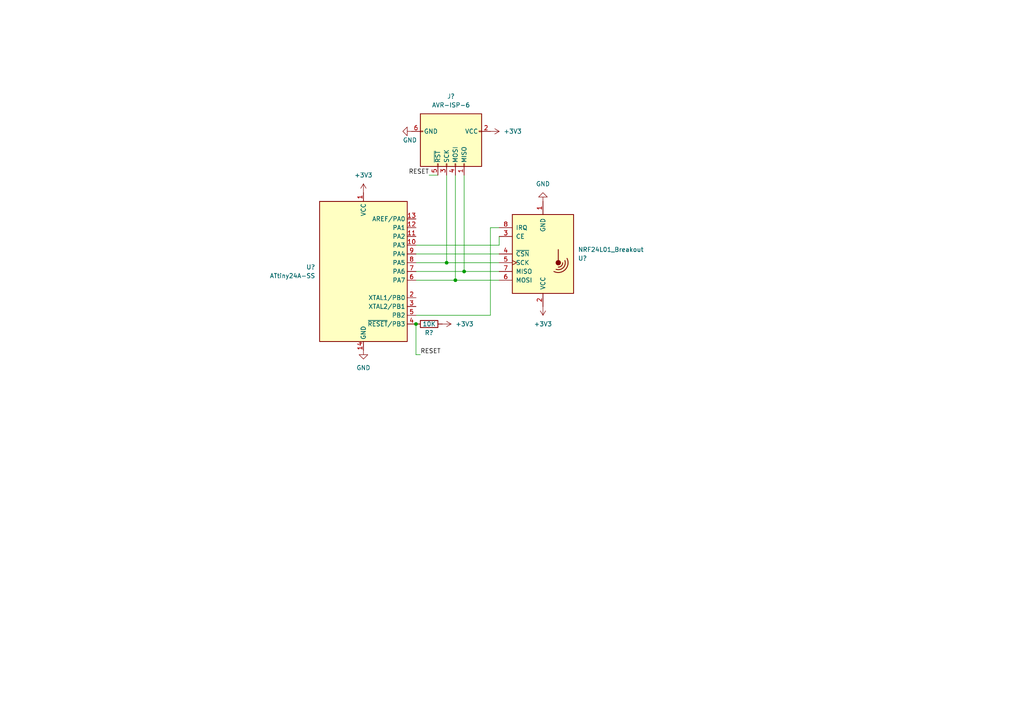
<source format=kicad_sch>
(kicad_sch (version 20211123) (generator eeschema)
  (paper "A4")
  (lib_symbols
    (symbol "Connector:AVR-ISP-6" (pin_names (offset 1.016))
      (property "Reference" "J" (at -6.35 11.43 0))
      (property "Value" "AVR-ISP-6" (at 0 11.43 0))
      (symbol "AVR-ISP-6_0_1"
        (rectangle (start -2.667 -6.858) (end -2.413 -7.62))
        (rectangle (start -2.667 10.16) (end -2.413 9.398))
        (rectangle (start 7.62 -2.413) (end 6.858 -2.667))
        (rectangle (start 7.62 0.127) (end 6.858 -0.127))
        (rectangle (start 7.62 2.667) (end 6.858 2.413))
        (rectangle (start 7.62 5.207) (end 6.858 4.953))
        (rectangle (start 7.62 10.16) (end -7.62 -7.62) (stroke (width 0.254)) (fill (type background)))
      )
      (symbol "AVR-ISP-6_1_1"
        (pin passive line (at 10.16 5.08 180) (length 2.54) (name "MISO") (number "1"))
        (pin passive line (at -2.54 12.7 270) (length 2.54) (name "VCC") (number "2"))
        (pin passive line (at 10.16 0 180) (length 2.54) (name "SCK") (number "3"))
        (pin passive line (at 10.16 2.54 180) (length 2.54) (name "MOSI") (number "4"))
        (pin passive line (at 10.16 -2.54 180) (length 2.54) (name "~{RST}") (number "5"))
        (pin passive line (at -2.54 -10.16 90) (length 2.54) (name "GND") (number "6"))
      )
    )
    (symbol "Device:R" (pin_numbers hide) (pin_names (offset 0))
      (property "Reference" "R" (at 2.032 0 90))
      (property "Value" "R" (at 0 0 90))
      (symbol "R_0_1"
        (rectangle (start -1.016 -2.54) (end 1.016 2.54) (stroke (width 0.254)))
      )
      (symbol "R_1_1"
        (pin passive line (at 0 3.81 270) (length 1.27) (name "~") (number "1"))
        (pin passive line (at 0 -3.81 90) (length 1.27) (name "~") (number "2"))
      )
    )
    (symbol "MCU_Microchip_ATtiny:ATtiny24A-SS"
      (property "Reference" "U" (at -12.7 21.59 0))
      (property "Value" "ATtiny24A-SS" (at 2.54 -21.59 0))
      (symbol "ATtiny24A-SS_0_1"
        (rectangle (start -12.7 -20.32) (end 12.7 20.32) (stroke (width 0.254)) (fill (type background)))
      )
      (symbol "ATtiny24A-SS_1_1"
        (pin power_in line (at 0 22.86 270) (length 2.54) (name "VCC") (number "1"))
        (pin bidirectional line (at 15.24 7.62 180) (length 2.54) (name "PA3") (number "10"))
        (pin bidirectional line (at 15.24 10.16 180) (length 2.54) (name "PA2") (number "11"))
        (pin bidirectional line (at 15.24 12.7 180) (length 2.54) (name "PA1") (number "12"))
        (pin bidirectional line (at 15.24 15.24 180) (length 2.54) (name "AREF/PA0") (number "13"))
        (pin power_in line (at 0 -22.86 90) (length 2.54) (name "GND") (number "14"))
        (pin bidirectional line (at 15.24 -7.62 180) (length 2.54) (name "XTAL1/PB0") (number "2"))
        (pin bidirectional line (at 15.24 -10.16 180) (length 2.54) (name "XTAL2/PB1") (number "3"))
        (pin bidirectional line (at 15.24 -15.24 180) (length 2.54) (name "~{RESET}/PB3") (number "4"))
        (pin bidirectional line (at 15.24 -12.7 180) (length 2.54) (name "PB2") (number "5"))
        (pin bidirectional line (at 15.24 -2.54 180) (length 2.54) (name "PA7") (number "6"))
        (pin bidirectional line (at 15.24 0 180) (length 2.54) (name "PA6") (number "7"))
        (pin bidirectional line (at 15.24 2.54 180) (length 2.54) (name "PA5") (number "8"))
        (pin bidirectional line (at 15.24 5.08 180) (length 2.54) (name "PA4") (number "9"))
      )
    )
    (symbol "RF:NRF24L01_Breakout" (pin_names (offset 1.016))
      (property "Reference" "U" (at -8.89 12.7 0))
      (property "Value" "NRF24L01_Breakout" (at 3.81 12.7 0))
      (symbol "NRF24L01_Breakout_0_1"
        (rectangle (start -8.89 11.43) (end 8.89 -11.43) (stroke (width 0.254)) (fill (type background)))
        (polyline (pts (xy 4.445 1.905) (xy 4.445 -1.27)) (stroke (width 0.254)))
        (circle (center 4.445 2.54) (radius 0.635) (stroke (width 0.254)) (fill (type outline)))
        (arc (start 5.715 2.54) (mid 5.3521 3.4546) (end 4.445 3.81) (stroke (width 0.254)))
        (arc (start 6.35 1.905) (mid 5.8763 3.9854) (end 3.81 4.445) (stroke (width 0.254)))
        (arc (start 6.985 1.27) (mid 6.453 4.548) (end 3.175 5.08) (stroke (width 0.254)))
      )
      (symbol "NRF24L01_Breakout_1_1"
        (pin power_in line (at 0 -15.24 90) (length 3.81) (name "GND") (number "1"))
        (pin power_in line (at 0 15.24 270) (length 3.81) (name "VCC") (number "2"))
        (pin input line (at -12.7 -5.08 0) (length 3.81) (name "CE") (number "3"))
        (pin input line (at -12.7 0 0) (length 3.81) (name "~{CSN}") (number "4"))
        (pin input clock (at -12.7 2.54 0) (length 3.81) (name "SCK") (number "5"))
        (pin input line (at -12.7 7.62 0) (length 3.81) (name "MOSI") (number "6"))
        (pin output line (at -12.7 5.08 0) (length 3.81) (name "MISO") (number "7"))
        (pin output line (at -12.7 -7.62 0) (length 3.81) (name "IRQ") (number "8"))
      )
    )
    (symbol "power:+3.3V" (power) (pin_names (offset 0))
      (property "Value" "+3.3V" (at 0 3.556 0))
      (symbol "+3.3V_0_1"
        (polyline (pts (xy -0.762 1.27) (xy 0 2.54)))
        (polyline (pts (xy 0 0) (xy 0 2.54)))
        (polyline (pts (xy 0 2.54) (xy 0.762 1.27)))
      )
      (symbol "+3.3V_1_1"
        (pin power_in line (at 0 0 90) (length 0) hide (name "+3V3") (number "1"))
      )
    )
    (symbol "power:GND" (power) (pin_names (offset 0))
      (property "Value" "GND" (at 0 -3.81 0))
      (symbol "GND_0_1"
        (polyline (pts (xy 0 0) (xy 0 -1.27) (xy 1.27 -1.27) (xy 0 -2.54) (xy -1.27 -1.27) (xy 0 -1.27)))
      )
      (symbol "GND_1_1"
        (pin power_in line (at 0 0 270) (length 0) hide (name "GND") (number "1"))
      )
    )
  )
  (junction (at 129.54 76.2))
  (junction (at 132.08 81.28))
  (junction (at 120.65 93.98))
  (junction (at 134.62 78.74))
  (wire (pts (xy 144.78 71.12) (xy 144.78 68.58)))
  (wire (pts (xy 134.62 78.74) (xy 144.78 78.74)))
  (wire (pts (xy 142.24 91.44) (xy 142.24 66.04)))
  (wire (pts (xy 120.65 78.74) (xy 134.62 78.74)))
  (wire (pts (xy 120.65 76.2) (xy 129.54 76.2)))
  (wire (pts (xy 120.65 71.12) (xy 144.78 71.12)))
  (wire (pts (xy 120.65 91.44) (xy 142.24 91.44)))
  (wire (pts (xy 129.54 50.8) (xy 129.54 76.2)))
  (wire (pts (xy 120.65 102.87) (xy 120.65 93.98)))
  (wire (pts (xy 124.46 50.8) (xy 127 50.8)))
  (wire (pts (xy 120.65 73.66) (xy 144.78 73.66)))
  (wire (pts (xy 132.08 50.8) (xy 132.08 81.28)))
  (wire (pts (xy 120.65 81.28) (xy 132.08 81.28)))
  (wire (pts (xy 129.54 76.2) (xy 144.78 76.2)))
  (wire (pts (xy 132.08 81.28) (xy 144.78 81.28)))
  (wire (pts (xy 134.62 50.8) (xy 134.62 78.74)))
  (wire (pts (xy 142.24 66.04) (xy 144.78 66.04)))
  (wire (pts (xy 121.92 102.87) (xy 120.65 102.87)))
  (label "RESET" (at 124.46 50.8 180))
  (label "RESET" (at 121.92 102.87 0))
  (symbol (lib_id "RF:NRF24L01_Breakout") (at 157.48 73.66 0) (mirror x) (unit 1)
    (property "Reference" "U?" (at 167.64 74.9301 0) (effects (justify left)))
    (property "Value" "NRF24L01_Breakout" (at 167.64 72.3901 0) (effects (justify left)))
    (property "Footprint" "RF_Module:nRF24L01_Breakout" (effects hide))
    (property "Datasheet" "http://www.nordicsemi.com/eng/content/download/2730/34105/file/nRF24L01_Product_Specification_v2_0.pdf" (effects hide))
  )
  (symbol (lib_id "power:+3.3V") (at 157.48 88.9 0) (mirror x) (unit 1)
    (property "Reference" "#PWR?" (effects hide))
    (property "Value" "+3.3V" (at 157.48 93.98 0))
  )
  (symbol (lib_id "power:+3.3V") (at 105.41 55.88 0) (unit 1)
    (property "Reference" "#PWR?" (effects hide))
    (property "Value" "+3.3V" (at 105.41 50.8 0))
  )
  (symbol (lib_id "Device:R") (at 124.46 93.98 270) (unit 1)
    (property "Reference" "R?" (at 124.46 96.52 90))
    (property "Value" "10K" (at 124.46 93.98 90))
  )
  (symbol (lib_id "power:GND") (at 105.41 101.6 0) (unit 1)
    (property "Reference" "#PWR?" (effects hide))
    (property "Value" "GND" (at 105.41 106.68 0))
  )
  (symbol (lib_id "power:+3.3V") (at 142.24 38.1 270) (unit 1)
    (property "Reference" "#PWR?" (effects hide))
    (property "Value" "+3.3V" (at 146.05 38.0999 90) (effects (justify left)))
  )
  (symbol (lib_id "power:GND") (at 119.38 38.1 270) (mirror x) (unit 1)
    (property "Reference" "#PWR?" (effects hide))
    (property "Value" "GND" (at 116.84 40.64 90) (effects (justify left)))
  )
  (symbol (lib_id "power:GND") (at 157.48 58.42 0) (mirror x) (unit 1)
    (property "Reference" "#PWR?" (effects hide))
    (property "Value" "GND" (at 157.48 53.34 0))
  )
  (symbol (lib_id "power:+3.3V") (at 128.27 93.98 270) (unit 1)
    (property "Reference" "#PWR?" (effects hide))
    (property "Value" "+3.3V" (at 132.08 93.9799 90) (effects (justify left)))
  )
  (symbol (lib_id "Connector:AVR-ISP-6") (at 129.54 40.64 270) (unit 1)
    (property "Reference" "J?" (at 130.81 27.94 90))
    (property "Value" "AVR-ISP-6" (at 130.81 30.48 90))
    (property "Datasheet" " ~" (effects hide))
  )
  (symbol (lib_id "MCU_Microchip_ATtiny:ATtiny24A-SS") (at 105.41 78.74 0) (unit 1)
    (property "Reference" "U?" (at 91.44 77.4699 0) (effects (justify right)))
    (property "Value" "ATtiny24A-SS" (at 91.44 80.0099 0) (effects (justify right)))
    (property "Footprint" "Package_SO:SOIC-14_3.9x8.7mm_P1.27mm" (effects hide))
    (property "Datasheet" "http://ww1.microchip.com/downloads/en/DeviceDoc/doc8183.pdf" (effects hide))
  )
)
</source>
